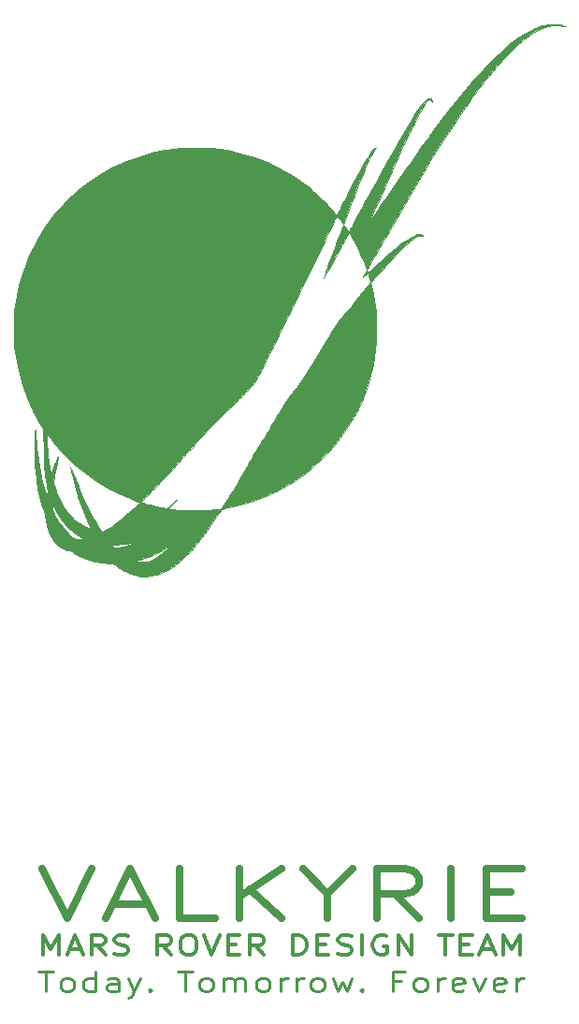
<source format=gbr>
G04 #@! TF.GenerationSoftware,KiCad,Pcbnew,(5.0.0)*
G04 #@! TF.CreationDate,2019-03-24T13:44:05-05:00*
G04 #@! TF.ProjectId,MRDTLogo_HalfBooster,4D5244544C6F676F5F48616C66426F6F,rev?*
G04 #@! TF.SameCoordinates,Original*
G04 #@! TF.FileFunction,Legend,Top*
G04 #@! TF.FilePolarity,Positive*
%FSLAX46Y46*%
G04 Gerber Fmt 4.6, Leading zero omitted, Abs format (unit mm)*
G04 Created by KiCad (PCBNEW (5.0.0)) date 03/24/19 13:44:05*
%MOMM*%
%LPD*%
G01*
G04 APERTURE LIST*
%ADD10C,0.250000*%
%ADD11C,0.300000*%
%ADD12C,0.700000*%
%ADD13C,0.010000*%
G04 APERTURE END LIST*
D10*
X127773476Y-105313285D02*
X129087761Y-105313285D01*
X128430619Y-107113285D02*
X128430619Y-105313285D01*
X130183000Y-107113285D02*
X129963952Y-107027571D01*
X129854428Y-106941857D01*
X129744904Y-106770428D01*
X129744904Y-106256142D01*
X129854428Y-106084714D01*
X129963952Y-105999000D01*
X130183000Y-105913285D01*
X130511571Y-105913285D01*
X130730619Y-105999000D01*
X130840142Y-106084714D01*
X130949666Y-106256142D01*
X130949666Y-106770428D01*
X130840142Y-106941857D01*
X130730619Y-107027571D01*
X130511571Y-107113285D01*
X130183000Y-107113285D01*
X132921095Y-107113285D02*
X132921095Y-105313285D01*
X132921095Y-107027571D02*
X132702047Y-107113285D01*
X132263952Y-107113285D01*
X132044904Y-107027571D01*
X131935380Y-106941857D01*
X131825857Y-106770428D01*
X131825857Y-106256142D01*
X131935380Y-106084714D01*
X132044904Y-105999000D01*
X132263952Y-105913285D01*
X132702047Y-105913285D01*
X132921095Y-105999000D01*
X135002047Y-107113285D02*
X135002047Y-106170428D01*
X134892523Y-105999000D01*
X134673476Y-105913285D01*
X134235380Y-105913285D01*
X134016333Y-105999000D01*
X135002047Y-107027571D02*
X134783000Y-107113285D01*
X134235380Y-107113285D01*
X134016333Y-107027571D01*
X133906809Y-106856142D01*
X133906809Y-106684714D01*
X134016333Y-106513285D01*
X134235380Y-106427571D01*
X134783000Y-106427571D01*
X135002047Y-106341857D01*
X135878238Y-105913285D02*
X136425857Y-107113285D01*
X136973476Y-105913285D02*
X136425857Y-107113285D01*
X136206809Y-107541857D01*
X136097285Y-107627571D01*
X135878238Y-107713285D01*
X137849666Y-106941857D02*
X137959190Y-107027571D01*
X137849666Y-107113285D01*
X137740142Y-107027571D01*
X137849666Y-106941857D01*
X137849666Y-107113285D01*
X140368714Y-105313285D02*
X141683000Y-105313285D01*
X141025857Y-107113285D02*
X141025857Y-105313285D01*
X142778238Y-107113285D02*
X142559190Y-107027571D01*
X142449666Y-106941857D01*
X142340142Y-106770428D01*
X142340142Y-106256142D01*
X142449666Y-106084714D01*
X142559190Y-105999000D01*
X142778238Y-105913285D01*
X143106809Y-105913285D01*
X143325857Y-105999000D01*
X143435380Y-106084714D01*
X143544904Y-106256142D01*
X143544904Y-106770428D01*
X143435380Y-106941857D01*
X143325857Y-107027571D01*
X143106809Y-107113285D01*
X142778238Y-107113285D01*
X144530619Y-107113285D02*
X144530619Y-105913285D01*
X144530619Y-106084714D02*
X144640142Y-105999000D01*
X144859190Y-105913285D01*
X145187761Y-105913285D01*
X145406809Y-105999000D01*
X145516333Y-106170428D01*
X145516333Y-107113285D01*
X145516333Y-106170428D02*
X145625857Y-105999000D01*
X145844904Y-105913285D01*
X146173476Y-105913285D01*
X146392523Y-105999000D01*
X146502047Y-106170428D01*
X146502047Y-107113285D01*
X147925857Y-107113285D02*
X147706809Y-107027571D01*
X147597285Y-106941857D01*
X147487761Y-106770428D01*
X147487761Y-106256142D01*
X147597285Y-106084714D01*
X147706809Y-105999000D01*
X147925857Y-105913285D01*
X148254428Y-105913285D01*
X148473476Y-105999000D01*
X148583000Y-106084714D01*
X148692523Y-106256142D01*
X148692523Y-106770428D01*
X148583000Y-106941857D01*
X148473476Y-107027571D01*
X148254428Y-107113285D01*
X147925857Y-107113285D01*
X149678238Y-107113285D02*
X149678238Y-105913285D01*
X149678238Y-106256142D02*
X149787761Y-106084714D01*
X149897285Y-105999000D01*
X150116333Y-105913285D01*
X150335380Y-105913285D01*
X151102047Y-107113285D02*
X151102047Y-105913285D01*
X151102047Y-106256142D02*
X151211571Y-106084714D01*
X151321095Y-105999000D01*
X151540142Y-105913285D01*
X151759190Y-105913285D01*
X152854428Y-107113285D02*
X152635380Y-107027571D01*
X152525857Y-106941857D01*
X152416333Y-106770428D01*
X152416333Y-106256142D01*
X152525857Y-106084714D01*
X152635380Y-105999000D01*
X152854428Y-105913285D01*
X153183000Y-105913285D01*
X153402047Y-105999000D01*
X153511571Y-106084714D01*
X153621095Y-106256142D01*
X153621095Y-106770428D01*
X153511571Y-106941857D01*
X153402047Y-107027571D01*
X153183000Y-107113285D01*
X152854428Y-107113285D01*
X154387761Y-105913285D02*
X154825857Y-107113285D01*
X155263952Y-106256142D01*
X155702047Y-107113285D01*
X156140142Y-105913285D01*
X157016333Y-106941857D02*
X157125857Y-107027571D01*
X157016333Y-107113285D01*
X156906809Y-107027571D01*
X157016333Y-106941857D01*
X157016333Y-107113285D01*
X160630619Y-106170428D02*
X159863952Y-106170428D01*
X159863952Y-107113285D02*
X159863952Y-105313285D01*
X160959190Y-105313285D01*
X162163952Y-107113285D02*
X161944904Y-107027571D01*
X161835380Y-106941857D01*
X161725857Y-106770428D01*
X161725857Y-106256142D01*
X161835380Y-106084714D01*
X161944904Y-105999000D01*
X162163952Y-105913285D01*
X162492523Y-105913285D01*
X162711571Y-105999000D01*
X162821095Y-106084714D01*
X162930619Y-106256142D01*
X162930619Y-106770428D01*
X162821095Y-106941857D01*
X162711571Y-107027571D01*
X162492523Y-107113285D01*
X162163952Y-107113285D01*
X163916333Y-107113285D02*
X163916333Y-105913285D01*
X163916333Y-106256142D02*
X164025857Y-106084714D01*
X164135380Y-105999000D01*
X164354428Y-105913285D01*
X164573476Y-105913285D01*
X166216333Y-107027571D02*
X165997285Y-107113285D01*
X165559190Y-107113285D01*
X165340142Y-107027571D01*
X165230619Y-106856142D01*
X165230619Y-106170428D01*
X165340142Y-105999000D01*
X165559190Y-105913285D01*
X165997285Y-105913285D01*
X166216333Y-105999000D01*
X166325857Y-106170428D01*
X166325857Y-106341857D01*
X165230619Y-106513285D01*
X167092523Y-105913285D02*
X167640142Y-107113285D01*
X168187761Y-105913285D01*
X169940142Y-107027571D02*
X169721095Y-107113285D01*
X169283000Y-107113285D01*
X169063952Y-107027571D01*
X168954428Y-106856142D01*
X168954428Y-106170428D01*
X169063952Y-105999000D01*
X169283000Y-105913285D01*
X169721095Y-105913285D01*
X169940142Y-105999000D01*
X170049666Y-106170428D01*
X170049666Y-106341857D01*
X168954428Y-106513285D01*
X171035380Y-107113285D02*
X171035380Y-105913285D01*
X171035380Y-106256142D02*
X171144904Y-106084714D01*
X171254428Y-105999000D01*
X171473476Y-105913285D01*
X171692523Y-105913285D01*
D11*
X128152047Y-103811285D02*
X128152047Y-102011285D01*
X128885380Y-103297000D01*
X129618714Y-102011285D01*
X129618714Y-103811285D01*
X130561571Y-103297000D02*
X131609190Y-103297000D01*
X130352047Y-103811285D02*
X131085380Y-102011285D01*
X131818714Y-103811285D01*
X133809190Y-103811285D02*
X133075857Y-102954142D01*
X132552047Y-103811285D02*
X132552047Y-102011285D01*
X133390142Y-102011285D01*
X133599666Y-102097000D01*
X133704428Y-102182714D01*
X133809190Y-102354142D01*
X133809190Y-102611285D01*
X133704428Y-102782714D01*
X133599666Y-102868428D01*
X133390142Y-102954142D01*
X132552047Y-102954142D01*
X134647285Y-103725571D02*
X134961571Y-103811285D01*
X135485380Y-103811285D01*
X135694904Y-103725571D01*
X135799666Y-103639857D01*
X135904428Y-103468428D01*
X135904428Y-103297000D01*
X135799666Y-103125571D01*
X135694904Y-103039857D01*
X135485380Y-102954142D01*
X135066333Y-102868428D01*
X134856809Y-102782714D01*
X134752047Y-102697000D01*
X134647285Y-102525571D01*
X134647285Y-102354142D01*
X134752047Y-102182714D01*
X134856809Y-102097000D01*
X135066333Y-102011285D01*
X135590142Y-102011285D01*
X135904428Y-102097000D01*
X139780619Y-103811285D02*
X139047285Y-102954142D01*
X138523476Y-103811285D02*
X138523476Y-102011285D01*
X139361571Y-102011285D01*
X139571095Y-102097000D01*
X139675857Y-102182714D01*
X139780619Y-102354142D01*
X139780619Y-102611285D01*
X139675857Y-102782714D01*
X139571095Y-102868428D01*
X139361571Y-102954142D01*
X138523476Y-102954142D01*
X141142523Y-102011285D02*
X141561571Y-102011285D01*
X141771095Y-102097000D01*
X141980619Y-102268428D01*
X142085380Y-102611285D01*
X142085380Y-103211285D01*
X141980619Y-103554142D01*
X141771095Y-103725571D01*
X141561571Y-103811285D01*
X141142523Y-103811285D01*
X140933000Y-103725571D01*
X140723476Y-103554142D01*
X140618714Y-103211285D01*
X140618714Y-102611285D01*
X140723476Y-102268428D01*
X140933000Y-102097000D01*
X141142523Y-102011285D01*
X142713952Y-102011285D02*
X143447285Y-103811285D01*
X144180619Y-102011285D01*
X144913952Y-102868428D02*
X145647285Y-102868428D01*
X145961571Y-103811285D02*
X144913952Y-103811285D01*
X144913952Y-102011285D01*
X145961571Y-102011285D01*
X148161571Y-103811285D02*
X147428238Y-102954142D01*
X146904428Y-103811285D02*
X146904428Y-102011285D01*
X147742523Y-102011285D01*
X147952047Y-102097000D01*
X148056809Y-102182714D01*
X148161571Y-102354142D01*
X148161571Y-102611285D01*
X148056809Y-102782714D01*
X147952047Y-102868428D01*
X147742523Y-102954142D01*
X146904428Y-102954142D01*
X150780619Y-103811285D02*
X150780619Y-102011285D01*
X151304428Y-102011285D01*
X151618714Y-102097000D01*
X151828238Y-102268428D01*
X151933000Y-102439857D01*
X152037761Y-102782714D01*
X152037761Y-103039857D01*
X151933000Y-103382714D01*
X151828238Y-103554142D01*
X151618714Y-103725571D01*
X151304428Y-103811285D01*
X150780619Y-103811285D01*
X152980619Y-102868428D02*
X153713952Y-102868428D01*
X154028238Y-103811285D02*
X152980619Y-103811285D01*
X152980619Y-102011285D01*
X154028238Y-102011285D01*
X154866333Y-103725571D02*
X155180619Y-103811285D01*
X155704428Y-103811285D01*
X155913952Y-103725571D01*
X156018714Y-103639857D01*
X156123476Y-103468428D01*
X156123476Y-103297000D01*
X156018714Y-103125571D01*
X155913952Y-103039857D01*
X155704428Y-102954142D01*
X155285380Y-102868428D01*
X155075857Y-102782714D01*
X154971095Y-102697000D01*
X154866333Y-102525571D01*
X154866333Y-102354142D01*
X154971095Y-102182714D01*
X155075857Y-102097000D01*
X155285380Y-102011285D01*
X155809190Y-102011285D01*
X156123476Y-102097000D01*
X157066333Y-103811285D02*
X157066333Y-102011285D01*
X159266333Y-102097000D02*
X159056809Y-102011285D01*
X158742523Y-102011285D01*
X158428238Y-102097000D01*
X158218714Y-102268428D01*
X158113952Y-102439857D01*
X158009190Y-102782714D01*
X158009190Y-103039857D01*
X158113952Y-103382714D01*
X158218714Y-103554142D01*
X158428238Y-103725571D01*
X158742523Y-103811285D01*
X158952047Y-103811285D01*
X159266333Y-103725571D01*
X159371095Y-103639857D01*
X159371095Y-103039857D01*
X158952047Y-103039857D01*
X160313952Y-103811285D02*
X160313952Y-102011285D01*
X161571095Y-103811285D01*
X161571095Y-102011285D01*
X163980619Y-102011285D02*
X165237761Y-102011285D01*
X164609190Y-103811285D02*
X164609190Y-102011285D01*
X165971095Y-102868428D02*
X166704428Y-102868428D01*
X167018714Y-103811285D02*
X165971095Y-103811285D01*
X165971095Y-102011285D01*
X167018714Y-102011285D01*
X167856809Y-103297000D02*
X168904428Y-103297000D01*
X167647285Y-103811285D02*
X168380619Y-102011285D01*
X169113952Y-103811285D01*
X169847285Y-103811285D02*
X169847285Y-102011285D01*
X170580619Y-103297000D01*
X171313952Y-102011285D01*
X171313952Y-103811285D01*
D12*
X128099714Y-95960714D02*
X130333047Y-100460714D01*
X132566380Y-95960714D01*
X134480666Y-99175000D02*
X137671142Y-99175000D01*
X133842571Y-100460714D02*
X136075904Y-95960714D01*
X138309238Y-100460714D01*
X143733047Y-100460714D02*
X140542571Y-100460714D01*
X140542571Y-95960714D01*
X145966380Y-100460714D02*
X145966380Y-95960714D01*
X149794952Y-100460714D02*
X146923523Y-97889285D01*
X149794952Y-95960714D02*
X145966380Y-98532142D01*
X153942571Y-98317857D02*
X153942571Y-100460714D01*
X151709238Y-95960714D02*
X153942571Y-98317857D01*
X156175904Y-95960714D01*
X162237809Y-100460714D02*
X160004476Y-98317857D01*
X158409238Y-100460714D02*
X158409238Y-95960714D01*
X160961619Y-95960714D01*
X161599714Y-96175000D01*
X161918761Y-96389285D01*
X162237809Y-96817857D01*
X162237809Y-97460714D01*
X161918761Y-97889285D01*
X161599714Y-98103571D01*
X160961619Y-98317857D01*
X158409238Y-98317857D01*
X165109238Y-100460714D02*
X165109238Y-95960714D01*
X168299714Y-98103571D02*
X170533047Y-98103571D01*
X171490190Y-100460714D02*
X168299714Y-100460714D01*
X168299714Y-95960714D01*
X171490190Y-95960714D01*
D13*
G04 #@! TO.C,G\002A\002A\002A*
G36*
X174672490Y-19609527D02*
X174999768Y-19656730D01*
X175266236Y-19734198D01*
X175306881Y-19751798D01*
X175470000Y-19827387D01*
X175320000Y-19802014D01*
X174797943Y-19743464D01*
X174308955Y-19747363D01*
X173875248Y-19813467D01*
X173857340Y-19817913D01*
X173351937Y-19984118D01*
X172825273Y-20233170D01*
X172275552Y-20566532D01*
X171700977Y-20985665D01*
X171099751Y-21492032D01*
X170470079Y-22087095D01*
X169810163Y-22772317D01*
X169118207Y-23549160D01*
X168773404Y-23955923D01*
X168453962Y-24341726D01*
X168148782Y-24717942D01*
X167853082Y-25091484D01*
X167562079Y-25469265D01*
X167270991Y-25858199D01*
X166975035Y-26265197D01*
X166669430Y-26697175D01*
X166349392Y-27161044D01*
X166010139Y-27663718D01*
X165646889Y-28212111D01*
X165254859Y-28813135D01*
X164829268Y-29473703D01*
X164365332Y-30200729D01*
X163858270Y-31001127D01*
X163432150Y-31677000D01*
X162460427Y-33243974D01*
X161525806Y-34797400D01*
X160643311Y-36312203D01*
X160421211Y-36702000D01*
X160220492Y-37054175D01*
X159987952Y-37459226D01*
X159742735Y-37883990D01*
X159503985Y-38295304D01*
X159294500Y-38653781D01*
X159085850Y-39011452D01*
X158856973Y-39407551D01*
X158625532Y-39811262D01*
X158409192Y-40191766D01*
X158225619Y-40518246D01*
X158219746Y-40528781D01*
X158061427Y-40812341D01*
X157911235Y-41080448D01*
X157779162Y-41315331D01*
X157675201Y-41499222D01*
X157609344Y-41614351D01*
X157607271Y-41617915D01*
X157481494Y-41833831D01*
X157287385Y-41317915D01*
X157185575Y-41062761D01*
X157059000Y-40769719D01*
X156914010Y-40451246D01*
X156756953Y-40119800D01*
X156594181Y-39787839D01*
X156432044Y-39467820D01*
X156276891Y-39172201D01*
X156135072Y-38913439D01*
X156012937Y-38703991D01*
X155916837Y-38556316D01*
X155853122Y-38482870D01*
X155839279Y-38477000D01*
X155805683Y-38518802D01*
X155733564Y-38634721D01*
X155631243Y-38810519D01*
X155507037Y-39031962D01*
X155393679Y-39239500D01*
X155210640Y-39577132D01*
X155014366Y-39936871D01*
X154810834Y-40307972D01*
X154606023Y-40679691D01*
X154405908Y-41041281D01*
X154216468Y-41381999D01*
X154043681Y-41691100D01*
X153893524Y-41957838D01*
X153771974Y-42171469D01*
X153685009Y-42321248D01*
X153638607Y-42396430D01*
X153634338Y-42402000D01*
X153630870Y-42380051D01*
X153657448Y-42281472D01*
X153709018Y-42123269D01*
X153760595Y-41977000D01*
X153885854Y-41632830D01*
X154025089Y-41253161D01*
X154174322Y-40848593D01*
X154329572Y-40429725D01*
X154486861Y-40007159D01*
X154642207Y-39591493D01*
X154791632Y-39193328D01*
X154931156Y-38823264D01*
X155056799Y-38491900D01*
X155164581Y-38209838D01*
X155250522Y-37987676D01*
X155310643Y-37836015D01*
X155340963Y-37765455D01*
X155343108Y-37762001D01*
X155385281Y-37781553D01*
X155464381Y-37869078D01*
X155565261Y-38007178D01*
X155593371Y-38049501D01*
X155697663Y-38203641D01*
X155782667Y-38318378D01*
X155833172Y-38373467D01*
X155838372Y-38375570D01*
X155870030Y-38333005D01*
X155941199Y-38214563D01*
X156044765Y-38032830D01*
X156173611Y-37800390D01*
X156320619Y-37529831D01*
X156395000Y-37391141D01*
X156570163Y-37065004D01*
X156779880Y-36677487D01*
X157010003Y-36254550D01*
X157246386Y-35822153D01*
X157474881Y-35406255D01*
X157613576Y-35155070D01*
X157814906Y-34790713D01*
X158051404Y-34361687D01*
X158310357Y-33891115D01*
X158579055Y-33402120D01*
X158844785Y-32917827D01*
X159094835Y-32461359D01*
X159182009Y-32302000D01*
X159587158Y-31566919D01*
X159985109Y-30856339D01*
X160371551Y-30177491D01*
X160742174Y-29537607D01*
X161092667Y-28943919D01*
X161418718Y-28403660D01*
X161716018Y-27924060D01*
X161980255Y-27512351D01*
X162207118Y-27175767D01*
X162378474Y-26939517D01*
X162618500Y-26650096D01*
X162832571Y-26442006D01*
X163017138Y-26317227D01*
X163168655Y-26277742D01*
X163283573Y-26325530D01*
X163336974Y-26404352D01*
X163386473Y-26537914D01*
X163394991Y-26616437D01*
X163366821Y-26626923D01*
X163306255Y-26556373D01*
X163293475Y-26536091D01*
X163196991Y-26418900D01*
X163107349Y-26386147D01*
X163106162Y-26386359D01*
X163012195Y-26446337D01*
X162882054Y-26596108D01*
X162717319Y-26832866D01*
X162519572Y-27153804D01*
X162290394Y-27556118D01*
X162031367Y-28037000D01*
X161744071Y-28593645D01*
X161430088Y-29223248D01*
X161090999Y-29923001D01*
X160969985Y-30177000D01*
X160850808Y-30430949D01*
X160705345Y-30745511D01*
X160537259Y-31112457D01*
X160350208Y-31523559D01*
X160147852Y-31970587D01*
X159933853Y-32445313D01*
X159711869Y-32939507D01*
X159485561Y-33444941D01*
X159258589Y-33953386D01*
X159034613Y-34456613D01*
X158817293Y-34946394D01*
X158610289Y-35414499D01*
X158417262Y-35852700D01*
X158241870Y-36252767D01*
X158087776Y-36606473D01*
X157958637Y-36905587D01*
X157858115Y-37141881D01*
X157789870Y-37307127D01*
X157757561Y-37393096D01*
X157755668Y-37403681D01*
X157786279Y-37367903D01*
X157864667Y-37260091D01*
X157983079Y-37091374D01*
X158133760Y-36872881D01*
X158308955Y-36615743D01*
X158445000Y-36414293D01*
X158671787Y-36079369D01*
X158940282Y-35686376D01*
X159243631Y-35245108D01*
X159574982Y-34765355D01*
X159927481Y-34256909D01*
X160294275Y-33729560D01*
X160668510Y-33193101D01*
X161043334Y-32657323D01*
X161411892Y-32132017D01*
X161767331Y-31626975D01*
X162102798Y-31151988D01*
X162411441Y-30716847D01*
X162686405Y-30331344D01*
X162920836Y-30005270D01*
X163107883Y-29748417D01*
X163160652Y-29677000D01*
X164073378Y-28463337D01*
X164943805Y-27337415D01*
X165773820Y-26297266D01*
X166565311Y-25340921D01*
X167320164Y-24466412D01*
X168040267Y-23671773D01*
X168727507Y-22955034D01*
X169383771Y-22314229D01*
X170010947Y-21747389D01*
X170610922Y-21252546D01*
X171185583Y-20827733D01*
X171736818Y-20470982D01*
X172266513Y-20180324D01*
X172270000Y-20178592D01*
X172664843Y-19990152D01*
X173000898Y-19848691D01*
X173302781Y-19746020D01*
X173595107Y-19673946D01*
X173902492Y-19624278D01*
X173955302Y-19617794D01*
X174314351Y-19595559D01*
X174672490Y-19609527D01*
X174672490Y-19609527D01*
G37*
X174672490Y-19609527D02*
X174999768Y-19656730D01*
X175266236Y-19734198D01*
X175306881Y-19751798D01*
X175470000Y-19827387D01*
X175320000Y-19802014D01*
X174797943Y-19743464D01*
X174308955Y-19747363D01*
X173875248Y-19813467D01*
X173857340Y-19817913D01*
X173351937Y-19984118D01*
X172825273Y-20233170D01*
X172275552Y-20566532D01*
X171700977Y-20985665D01*
X171099751Y-21492032D01*
X170470079Y-22087095D01*
X169810163Y-22772317D01*
X169118207Y-23549160D01*
X168773404Y-23955923D01*
X168453962Y-24341726D01*
X168148782Y-24717942D01*
X167853082Y-25091484D01*
X167562079Y-25469265D01*
X167270991Y-25858199D01*
X166975035Y-26265197D01*
X166669430Y-26697175D01*
X166349392Y-27161044D01*
X166010139Y-27663718D01*
X165646889Y-28212111D01*
X165254859Y-28813135D01*
X164829268Y-29473703D01*
X164365332Y-30200729D01*
X163858270Y-31001127D01*
X163432150Y-31677000D01*
X162460427Y-33243974D01*
X161525806Y-34797400D01*
X160643311Y-36312203D01*
X160421211Y-36702000D01*
X160220492Y-37054175D01*
X159987952Y-37459226D01*
X159742735Y-37883990D01*
X159503985Y-38295304D01*
X159294500Y-38653781D01*
X159085850Y-39011452D01*
X158856973Y-39407551D01*
X158625532Y-39811262D01*
X158409192Y-40191766D01*
X158225619Y-40518246D01*
X158219746Y-40528781D01*
X158061427Y-40812341D01*
X157911235Y-41080448D01*
X157779162Y-41315331D01*
X157675201Y-41499222D01*
X157609344Y-41614351D01*
X157607271Y-41617915D01*
X157481494Y-41833831D01*
X157287385Y-41317915D01*
X157185575Y-41062761D01*
X157059000Y-40769719D01*
X156914010Y-40451246D01*
X156756953Y-40119800D01*
X156594181Y-39787839D01*
X156432044Y-39467820D01*
X156276891Y-39172201D01*
X156135072Y-38913439D01*
X156012937Y-38703991D01*
X155916837Y-38556316D01*
X155853122Y-38482870D01*
X155839279Y-38477000D01*
X155805683Y-38518802D01*
X155733564Y-38634721D01*
X155631243Y-38810519D01*
X155507037Y-39031962D01*
X155393679Y-39239500D01*
X155210640Y-39577132D01*
X155014366Y-39936871D01*
X154810834Y-40307972D01*
X154606023Y-40679691D01*
X154405908Y-41041281D01*
X154216468Y-41381999D01*
X154043681Y-41691100D01*
X153893524Y-41957838D01*
X153771974Y-42171469D01*
X153685009Y-42321248D01*
X153638607Y-42396430D01*
X153634338Y-42402000D01*
X153630870Y-42380051D01*
X153657448Y-42281472D01*
X153709018Y-42123269D01*
X153760595Y-41977000D01*
X153885854Y-41632830D01*
X154025089Y-41253161D01*
X154174322Y-40848593D01*
X154329572Y-40429725D01*
X154486861Y-40007159D01*
X154642207Y-39591493D01*
X154791632Y-39193328D01*
X154931156Y-38823264D01*
X155056799Y-38491900D01*
X155164581Y-38209838D01*
X155250522Y-37987676D01*
X155310643Y-37836015D01*
X155340963Y-37765455D01*
X155343108Y-37762001D01*
X155385281Y-37781553D01*
X155464381Y-37869078D01*
X155565261Y-38007178D01*
X155593371Y-38049501D01*
X155697663Y-38203641D01*
X155782667Y-38318378D01*
X155833172Y-38373467D01*
X155838372Y-38375570D01*
X155870030Y-38333005D01*
X155941199Y-38214563D01*
X156044765Y-38032830D01*
X156173611Y-37800390D01*
X156320619Y-37529831D01*
X156395000Y-37391141D01*
X156570163Y-37065004D01*
X156779880Y-36677487D01*
X157010003Y-36254550D01*
X157246386Y-35822153D01*
X157474881Y-35406255D01*
X157613576Y-35155070D01*
X157814906Y-34790713D01*
X158051404Y-34361687D01*
X158310357Y-33891115D01*
X158579055Y-33402120D01*
X158844785Y-32917827D01*
X159094835Y-32461359D01*
X159182009Y-32302000D01*
X159587158Y-31566919D01*
X159985109Y-30856339D01*
X160371551Y-30177491D01*
X160742174Y-29537607D01*
X161092667Y-28943919D01*
X161418718Y-28403660D01*
X161716018Y-27924060D01*
X161980255Y-27512351D01*
X162207118Y-27175767D01*
X162378474Y-26939517D01*
X162618500Y-26650096D01*
X162832571Y-26442006D01*
X163017138Y-26317227D01*
X163168655Y-26277742D01*
X163283573Y-26325530D01*
X163336974Y-26404352D01*
X163386473Y-26537914D01*
X163394991Y-26616437D01*
X163366821Y-26626923D01*
X163306255Y-26556373D01*
X163293475Y-26536091D01*
X163196991Y-26418900D01*
X163107349Y-26386147D01*
X163106162Y-26386359D01*
X163012195Y-26446337D01*
X162882054Y-26596108D01*
X162717319Y-26832866D01*
X162519572Y-27153804D01*
X162290394Y-27556118D01*
X162031367Y-28037000D01*
X161744071Y-28593645D01*
X161430088Y-29223248D01*
X161090999Y-29923001D01*
X160969985Y-30177000D01*
X160850808Y-30430949D01*
X160705345Y-30745511D01*
X160537259Y-31112457D01*
X160350208Y-31523559D01*
X160147852Y-31970587D01*
X159933853Y-32445313D01*
X159711869Y-32939507D01*
X159485561Y-33444941D01*
X159258589Y-33953386D01*
X159034613Y-34456613D01*
X158817293Y-34946394D01*
X158610289Y-35414499D01*
X158417262Y-35852700D01*
X158241870Y-36252767D01*
X158087776Y-36606473D01*
X157958637Y-36905587D01*
X157858115Y-37141881D01*
X157789870Y-37307127D01*
X157757561Y-37393096D01*
X157755668Y-37403681D01*
X157786279Y-37367903D01*
X157864667Y-37260091D01*
X157983079Y-37091374D01*
X158133760Y-36872881D01*
X158308955Y-36615743D01*
X158445000Y-36414293D01*
X158671787Y-36079369D01*
X158940282Y-35686376D01*
X159243631Y-35245108D01*
X159574982Y-34765355D01*
X159927481Y-34256909D01*
X160294275Y-33729560D01*
X160668510Y-33193101D01*
X161043334Y-32657323D01*
X161411892Y-32132017D01*
X161767331Y-31626975D01*
X162102798Y-31151988D01*
X162411441Y-30716847D01*
X162686405Y-30331344D01*
X162920836Y-30005270D01*
X163107883Y-29748417D01*
X163160652Y-29677000D01*
X164073378Y-28463337D01*
X164943805Y-27337415D01*
X165773820Y-26297266D01*
X166565311Y-25340921D01*
X167320164Y-24466412D01*
X168040267Y-23671773D01*
X168727507Y-22955034D01*
X169383771Y-22314229D01*
X170010947Y-21747389D01*
X170610922Y-21252546D01*
X171185583Y-20827733D01*
X171736818Y-20470982D01*
X172266513Y-20180324D01*
X172270000Y-20178592D01*
X172664843Y-19990152D01*
X173000898Y-19848691D01*
X173302781Y-19746020D01*
X173595107Y-19673946D01*
X173902492Y-19624278D01*
X173955302Y-19617794D01*
X174314351Y-19595559D01*
X174672490Y-19609527D01*
G36*
X153595000Y-42502000D02*
X153570000Y-42527000D01*
X153545000Y-42502000D01*
X153570000Y-42477000D01*
X153595000Y-42502000D01*
X153595000Y-42502000D01*
G37*
X153595000Y-42502000D02*
X153570000Y-42527000D01*
X153545000Y-42502000D01*
X153570000Y-42477000D01*
X153595000Y-42502000D01*
G36*
X158285976Y-30756749D02*
X158259792Y-30817014D01*
X158174641Y-30945213D01*
X158125789Y-31014384D01*
X158034400Y-31149282D01*
X157944859Y-31297350D01*
X157851546Y-31470429D01*
X157748843Y-31680359D01*
X157631132Y-31938981D01*
X157492792Y-32258136D01*
X157328206Y-32649665D01*
X157181679Y-33003962D01*
X157057062Y-33309884D01*
X156903367Y-33692242D01*
X156727257Y-34134078D01*
X156535396Y-34618433D01*
X156334447Y-35128351D01*
X156131073Y-35646872D01*
X155931939Y-36157037D01*
X155743707Y-36641890D01*
X155573041Y-37084471D01*
X155426604Y-37467822D01*
X155397467Y-37544734D01*
X155343494Y-37687469D01*
X155063041Y-37303440D01*
X154939042Y-37142885D01*
X154834337Y-37024351D01*
X154763412Y-36963364D01*
X154743236Y-36960705D01*
X154715256Y-37011752D01*
X154647626Y-37145313D01*
X154544060Y-37353793D01*
X154408276Y-37629600D01*
X154243986Y-37965138D01*
X154054908Y-38352814D01*
X153844755Y-38785034D01*
X153617242Y-39254203D01*
X153376086Y-39752728D01*
X153279849Y-39952000D01*
X152725786Y-41099117D01*
X152211649Y-42162140D01*
X151734401Y-43147274D01*
X151291007Y-44060725D01*
X150878432Y-44908701D01*
X150493640Y-45697408D01*
X150133595Y-46433052D01*
X149795263Y-47121840D01*
X149475608Y-47769978D01*
X149171593Y-48383673D01*
X148880185Y-48969131D01*
X148598346Y-49532558D01*
X148437917Y-49852000D01*
X148220483Y-50286890D01*
X148034814Y-50660745D01*
X147874305Y-50982148D01*
X147732355Y-51259684D01*
X147602358Y-51501938D01*
X147477713Y-51717492D01*
X147351815Y-51914932D01*
X147218061Y-52102843D01*
X147069849Y-52289807D01*
X146900574Y-52484410D01*
X146703633Y-52695236D01*
X146472424Y-52930870D01*
X146200342Y-53199894D01*
X145880784Y-53510895D01*
X145507147Y-53872455D01*
X145072828Y-54293160D01*
X144870000Y-54490269D01*
X144504153Y-54848245D01*
X144146229Y-55202215D01*
X143805569Y-55542687D01*
X143491510Y-55860166D01*
X143213392Y-56145158D01*
X142980554Y-56388171D01*
X142802336Y-56579711D01*
X142698596Y-56697556D01*
X142416461Y-57029288D01*
X142074340Y-57421544D01*
X141682239Y-57863428D01*
X141250166Y-58344041D01*
X140788125Y-58852486D01*
X140306122Y-59377864D01*
X139814165Y-59909277D01*
X139322258Y-60435829D01*
X138840407Y-60946620D01*
X138378620Y-61430753D01*
X137946900Y-61877331D01*
X137876258Y-61949713D01*
X137637334Y-62194835D01*
X137424004Y-62415033D01*
X137245487Y-62600679D01*
X137111004Y-62742148D01*
X137029774Y-62829813D01*
X137009380Y-62854803D01*
X137070836Y-62876699D01*
X137210079Y-62916759D01*
X137407611Y-62970013D01*
X137643930Y-63031491D01*
X137899538Y-63096221D01*
X138154935Y-63159234D01*
X138390621Y-63215559D01*
X138587097Y-63260224D01*
X138663003Y-63276319D01*
X138984121Y-63336869D01*
X139217491Y-63368758D01*
X139370994Y-63372572D01*
X139452510Y-63348895D01*
X139464581Y-63335767D01*
X139512351Y-63288636D01*
X139620441Y-63194968D01*
X139770710Y-63070222D01*
X139880032Y-62981704D01*
X140270000Y-62668874D01*
X139875408Y-63041042D01*
X139480817Y-63413210D01*
X139650408Y-63443561D01*
X139951004Y-63487039D01*
X140311289Y-63522258D01*
X140717612Y-63549318D01*
X141156321Y-63568319D01*
X141613766Y-63579360D01*
X142076296Y-63582543D01*
X142530258Y-63577965D01*
X142962002Y-63565729D01*
X143357877Y-63545933D01*
X143704231Y-63518677D01*
X143987414Y-63484062D01*
X144193773Y-63442186D01*
X144283187Y-63409648D01*
X144340360Y-63350656D01*
X144441552Y-63213558D01*
X144581371Y-63007186D01*
X144754424Y-62740374D01*
X144955321Y-62421957D01*
X145178668Y-62060766D01*
X145419073Y-61665635D01*
X145671145Y-61245399D01*
X145929492Y-60808889D01*
X146188721Y-60364941D01*
X146443440Y-59922386D01*
X146688258Y-59490059D01*
X146821083Y-59252000D01*
X147031854Y-58878407D01*
X147258222Y-58488364D01*
X147486993Y-58103842D01*
X147704968Y-57746813D01*
X147898951Y-57439249D01*
X148022283Y-57252000D01*
X148206809Y-56970244D01*
X148421106Y-56627924D01*
X148648306Y-56252931D01*
X148871538Y-55873156D01*
X149073930Y-55516491D01*
X149094179Y-55479896D01*
X149342664Y-55040901D01*
X149587014Y-54635165D01*
X149844806Y-54235415D01*
X150133616Y-53814376D01*
X150463626Y-53354896D01*
X151170316Y-52367520D01*
X151838116Y-51391997D01*
X152482551Y-50404268D01*
X153119145Y-49380274D01*
X153763424Y-48295956D01*
X154062809Y-47777000D01*
X154242456Y-47468298D01*
X154405933Y-47201833D01*
X154567973Y-46956723D01*
X154743312Y-46712088D01*
X154946686Y-46447048D01*
X155192828Y-46140725D01*
X155368352Y-45927000D01*
X155610598Y-45633153D01*
X155851558Y-45340051D01*
X156077567Y-45064373D01*
X156274963Y-44822800D01*
X156430083Y-44632011D01*
X156494652Y-44552000D01*
X156650048Y-44360571D01*
X156846796Y-44121204D01*
X157061523Y-43862190D01*
X157270854Y-43611816D01*
X157305464Y-43570674D01*
X157475903Y-43364296D01*
X157620527Y-43181591D01*
X157728036Y-43037433D01*
X157787135Y-42946699D01*
X157795000Y-42926064D01*
X157781660Y-42850980D01*
X157747336Y-42714525D01*
X157700568Y-42546088D01*
X157649895Y-42375058D01*
X157603859Y-42230824D01*
X157570999Y-42142776D01*
X157563701Y-42130118D01*
X157520044Y-42150364D01*
X157426228Y-42224666D01*
X157309879Y-42330118D01*
X157194490Y-42434100D01*
X157140473Y-42468554D01*
X157150946Y-42431547D01*
X157153701Y-42427000D01*
X157223606Y-42305450D01*
X157309605Y-42145809D01*
X157343535Y-42080197D01*
X157411767Y-41951942D01*
X157453615Y-41902140D01*
X157486564Y-41919382D01*
X157515269Y-41968160D01*
X157542179Y-42009070D01*
X157576165Y-42023089D01*
X157630080Y-42002181D01*
X157716776Y-41938310D01*
X157849107Y-41823438D01*
X158039925Y-41649529D01*
X158072006Y-41620043D01*
X158637923Y-41104091D01*
X159142083Y-40654113D01*
X159591936Y-40263895D01*
X159994930Y-39927226D01*
X160358513Y-39637894D01*
X160690134Y-39389685D01*
X160997241Y-39176388D01*
X161020000Y-39161291D01*
X161427046Y-38909249D01*
X161775355Y-38729834D01*
X162063194Y-38623660D01*
X162288832Y-38591343D01*
X162450536Y-38633496D01*
X162470000Y-38646915D01*
X162523376Y-38693667D01*
X162513439Y-38716499D01*
X162425707Y-38724311D01*
X162342289Y-38725409D01*
X162119378Y-38758470D01*
X161898209Y-38864267D01*
X161888360Y-38870462D01*
X161713233Y-38994200D01*
X161486413Y-39173122D01*
X161226328Y-39391117D01*
X160951406Y-39632076D01*
X160680078Y-39879888D01*
X160430770Y-40118442D01*
X160245000Y-40307105D01*
X160090716Y-40471564D01*
X159895270Y-40682411D01*
X159668923Y-40928343D01*
X159421932Y-41198058D01*
X159164558Y-41480252D01*
X158907059Y-41763623D01*
X158659696Y-42036868D01*
X158432728Y-42288683D01*
X158236414Y-42507766D01*
X158081013Y-42682814D01*
X157976785Y-42802524D01*
X157942595Y-42843700D01*
X157832392Y-42983801D01*
X157967626Y-43592900D01*
X158078715Y-44121951D01*
X158165094Y-44606131D01*
X158230030Y-45073709D01*
X158276792Y-45552950D01*
X158308648Y-46072123D01*
X158328867Y-46659495D01*
X158330574Y-46731857D01*
X158336841Y-47544710D01*
X158315052Y-48286716D01*
X158262616Y-48983731D01*
X158176941Y-49661612D01*
X158055436Y-50346214D01*
X157897159Y-51056591D01*
X157551051Y-52275381D01*
X157113502Y-53458028D01*
X156588032Y-54599730D01*
X155978164Y-55695683D01*
X155287418Y-56741082D01*
X154519316Y-57731123D01*
X153677380Y-58661003D01*
X152765131Y-59525917D01*
X151786089Y-60321062D01*
X150743777Y-61041634D01*
X150439741Y-61230181D01*
X149402098Y-61806216D01*
X148316653Y-62310108D01*
X147200040Y-62735592D01*
X146068888Y-63076401D01*
X144939832Y-63326271D01*
X144820000Y-63347333D01*
X144557162Y-63400833D01*
X144387571Y-63456012D01*
X144305771Y-63513202D01*
X144260414Y-63577881D01*
X144166974Y-63712604D01*
X144034000Y-63904992D01*
X143870040Y-64142671D01*
X143683640Y-64413263D01*
X143536568Y-64627000D01*
X142987859Y-65406000D01*
X142471679Y-66098827D01*
X141982399Y-66711743D01*
X141514388Y-67251008D01*
X141062017Y-67722882D01*
X140619655Y-68133626D01*
X140181673Y-68489500D01*
X139851130Y-68725201D01*
X139559807Y-68903074D01*
X139224435Y-69079363D01*
X138876825Y-69239343D01*
X138548790Y-69368288D01*
X138292446Y-69446653D01*
X137882409Y-69519453D01*
X137438710Y-69551827D01*
X137004934Y-69542279D01*
X136685340Y-69501766D01*
X136092819Y-69338674D01*
X135524945Y-69078851D01*
X134982480Y-68722674D01*
X134794703Y-68571899D01*
X134649764Y-68459030D01*
X134531783Y-68400443D01*
X134397647Y-68379073D01*
X134302311Y-68377000D01*
X133632252Y-68337729D01*
X132952355Y-68224318D01*
X132790664Y-68180434D01*
X136485789Y-68180434D01*
X136555010Y-68223850D01*
X136620000Y-68244146D01*
X136714834Y-68255057D01*
X136878864Y-68260404D01*
X137081402Y-68259393D01*
X137145000Y-68257734D01*
X137436665Y-68236675D01*
X137677333Y-68188228D01*
X137883939Y-68115965D01*
X138221918Y-67961647D01*
X138524385Y-67784928D01*
X138818306Y-67567283D01*
X139130647Y-67290189D01*
X139241378Y-67183504D01*
X139404787Y-67020717D01*
X139526244Y-66894044D01*
X139596752Y-66813368D01*
X139607313Y-66788574D01*
X139595000Y-66795044D01*
X139078204Y-67116015D01*
X138631665Y-67371974D01*
X138251575Y-67565100D01*
X138233384Y-67573545D01*
X137965059Y-67688553D01*
X137657749Y-67806084D01*
X137339252Y-67916788D01*
X137037366Y-68011318D01*
X136779889Y-68080325D01*
X136644377Y-68107899D01*
X136515761Y-68140757D01*
X136485789Y-68180434D01*
X132790664Y-68180434D01*
X132285654Y-68043372D01*
X131655186Y-67801493D01*
X131083984Y-67505284D01*
X130935123Y-67411749D01*
X130762947Y-67311569D01*
X130593708Y-67233705D01*
X130495000Y-67202546D01*
X130364809Y-67163868D01*
X130181828Y-67094003D01*
X129982446Y-67007005D01*
X129953365Y-66993343D01*
X129553386Y-66748932D01*
X129552739Y-66748324D01*
X134421874Y-66748324D01*
X134438459Y-66787964D01*
X134485196Y-66841562D01*
X134496225Y-66853304D01*
X134558778Y-66914987D01*
X134620943Y-66953123D01*
X134702055Y-66968294D01*
X134821450Y-66961084D01*
X134998465Y-66932077D01*
X135252434Y-66881856D01*
X135276996Y-66876871D01*
X135481321Y-66831311D01*
X135715405Y-66772703D01*
X135961151Y-66706399D01*
X136200462Y-66637751D01*
X136415242Y-66572112D01*
X136587394Y-66514832D01*
X136698822Y-66471265D01*
X136731429Y-66446763D01*
X136731391Y-66446725D01*
X136677311Y-66446518D01*
X136548774Y-66461696D01*
X136369613Y-66489236D01*
X136293304Y-66502298D01*
X136075173Y-66535485D01*
X135793968Y-66570875D01*
X135486406Y-66604176D01*
X135196729Y-66630493D01*
X134888768Y-66655627D01*
X134668887Y-66676291D01*
X134525502Y-66696172D01*
X134447026Y-66718955D01*
X134421874Y-66748324D01*
X129552739Y-66748324D01*
X129206574Y-66423485D01*
X128916276Y-66022672D01*
X128685838Y-65552162D01*
X128518607Y-65017625D01*
X128417930Y-64424730D01*
X128413862Y-64385239D01*
X128378681Y-64170234D01*
X128316893Y-63915285D01*
X128241257Y-63672374D01*
X128233883Y-63652000D01*
X128038172Y-63049625D01*
X128012991Y-62952000D01*
X128987329Y-62952000D01*
X129009140Y-63309634D01*
X129031239Y-63527420D01*
X129076243Y-63705975D01*
X129158539Y-63892795D01*
X129221215Y-64009634D01*
X129646678Y-64697818D01*
X130108620Y-65295636D01*
X130610217Y-65807017D01*
X130820000Y-65986083D01*
X131120000Y-66229118D01*
X131445000Y-66198127D01*
X131614292Y-66179419D01*
X131739198Y-66160804D01*
X131790833Y-66147068D01*
X131801545Y-66133606D01*
X131792002Y-66115854D01*
X131746484Y-66082682D01*
X131649274Y-66022959D01*
X131484653Y-65925557D01*
X131445000Y-65902192D01*
X130898533Y-65533975D01*
X130407848Y-65103407D01*
X129964959Y-64601579D01*
X129561876Y-64019582D01*
X129235856Y-63438158D01*
X128987329Y-62952000D01*
X128012991Y-62952000D01*
X127860303Y-62360062D01*
X127702681Y-61594924D01*
X127567711Y-60765822D01*
X127462389Y-59927000D01*
X127439417Y-59665205D01*
X127420142Y-59346679D01*
X127404671Y-58986590D01*
X127393110Y-58600108D01*
X127385565Y-58202401D01*
X127382143Y-57808638D01*
X127382949Y-57433988D01*
X127388090Y-57093620D01*
X127397672Y-56802703D01*
X127411802Y-56576405D01*
X127430585Y-56429895D01*
X127437706Y-56402000D01*
X127465265Y-56326362D01*
X127480577Y-56322530D01*
X127487946Y-56400607D01*
X127490986Y-56527000D01*
X127507219Y-56924249D01*
X127542206Y-57395990D01*
X127592991Y-57919101D01*
X127656617Y-58470458D01*
X127730126Y-59026940D01*
X127810563Y-59565423D01*
X127894971Y-60062784D01*
X127980393Y-60495902D01*
X128021751Y-60677786D01*
X128098146Y-60982302D01*
X128179117Y-61282634D01*
X128260040Y-61563919D01*
X128336289Y-61811292D01*
X128403241Y-62009892D01*
X128456270Y-62144853D01*
X128490753Y-62201313D01*
X128495839Y-62201481D01*
X128541767Y-62120541D01*
X128564724Y-61961543D01*
X128564747Y-61743747D01*
X128541873Y-61486410D01*
X128496139Y-61208794D01*
X128493917Y-61197935D01*
X128421490Y-60825273D01*
X128362637Y-60468583D01*
X128315964Y-60110890D01*
X128280081Y-59735219D01*
X128253594Y-59324593D01*
X128235111Y-58862038D01*
X128223239Y-58330578D01*
X128217426Y-57827000D01*
X128209632Y-56853257D01*
X128497446Y-56853257D01*
X128502248Y-57047542D01*
X128512167Y-57289453D01*
X128526332Y-57561632D01*
X128543874Y-57846720D01*
X128563922Y-58127360D01*
X128585608Y-58386193D01*
X128599377Y-58527000D01*
X128627153Y-58761690D01*
X128664058Y-59030805D01*
X128706808Y-59314713D01*
X128752122Y-59593783D01*
X128796716Y-59848384D01*
X128837307Y-60058884D01*
X128870613Y-60205653D01*
X128889862Y-60264092D01*
X128916859Y-60243785D01*
X128966379Y-60143636D01*
X129031653Y-59979420D01*
X129105918Y-59766909D01*
X129115054Y-59739092D01*
X129227541Y-59403643D01*
X129328135Y-59121952D01*
X129413029Y-58903599D01*
X129478419Y-58758163D01*
X129520498Y-58695221D01*
X129529792Y-58695125D01*
X129528112Y-58749263D01*
X129508195Y-58881695D01*
X129473343Y-59073059D01*
X129426858Y-59303996D01*
X129422172Y-59326269D01*
X129358332Y-59641506D01*
X129290336Y-59998210D01*
X129228075Y-60343606D01*
X129196044Y-60532887D01*
X129098705Y-61129530D01*
X129250642Y-61565765D01*
X129377779Y-61900284D01*
X129534991Y-62267109D01*
X129709038Y-62638688D01*
X129886680Y-62987472D01*
X130054675Y-63285908D01*
X130148461Y-63433985D01*
X130386893Y-63749765D01*
X130676236Y-64075068D01*
X130986174Y-64378415D01*
X131286391Y-64628329D01*
X131327986Y-64658742D01*
X131479315Y-64758250D01*
X131665668Y-64867885D01*
X131867076Y-64977549D01*
X132063570Y-65077143D01*
X132235184Y-65156571D01*
X132361947Y-65205732D01*
X132423892Y-65214531D01*
X132425106Y-65213560D01*
X132415902Y-65161578D01*
X132372666Y-65042900D01*
X132304196Y-64881193D01*
X132288985Y-64847391D01*
X132141366Y-64507679D01*
X131975307Y-64101043D01*
X131801680Y-63656169D01*
X131631355Y-63201741D01*
X131475203Y-62766442D01*
X131344095Y-62378959D01*
X131295906Y-62227000D01*
X131212581Y-61948478D01*
X131122678Y-61633690D01*
X131030244Y-61298351D01*
X130939323Y-60958175D01*
X130853962Y-60628879D01*
X130778206Y-60326179D01*
X130716102Y-60065789D01*
X130671695Y-59863426D01*
X130649031Y-59734806D01*
X130646974Y-59706304D01*
X130665204Y-59725461D01*
X130716056Y-59827663D01*
X130795232Y-60003019D01*
X130898434Y-60241638D01*
X131021362Y-60533631D01*
X131159718Y-60869107D01*
X131264448Y-61127000D01*
X131484022Y-61666631D01*
X131677077Y-62129934D01*
X131851768Y-62534375D01*
X132016250Y-62897422D01*
X132178678Y-63236541D01*
X132347207Y-63569199D01*
X132529992Y-63912865D01*
X132735189Y-64285004D01*
X132757359Y-64324642D01*
X132956786Y-64678221D01*
X133115855Y-64952964D01*
X133241179Y-65158317D01*
X133339370Y-65303727D01*
X133417039Y-65398640D01*
X133480799Y-65452504D01*
X133537261Y-65474766D01*
X133563906Y-65477000D01*
X133654526Y-65450366D01*
X133803843Y-65378482D01*
X133988584Y-65273372D01*
X134127445Y-65185855D01*
X134331257Y-65045623D01*
X134583669Y-64862319D01*
X134856483Y-64656922D01*
X135121503Y-64450411D01*
X135195417Y-64391262D01*
X135243347Y-64352000D01*
X138145000Y-64352000D01*
X138170000Y-64377000D01*
X138195000Y-64352000D01*
X138170000Y-64327000D01*
X138145000Y-64352000D01*
X135243347Y-64352000D01*
X135294951Y-64309728D01*
X138245000Y-64309728D01*
X138283221Y-64300257D01*
X138397469Y-64227000D01*
X138587121Y-64090398D01*
X138851553Y-63890888D01*
X138985655Y-63787753D01*
X139154040Y-63653999D01*
X139285043Y-63542867D01*
X139363286Y-63467865D01*
X139377907Y-63443240D01*
X139333867Y-63464426D01*
X139229148Y-63535093D01*
X139080996Y-63642051D01*
X138906656Y-63772109D01*
X138723375Y-63912077D01*
X138548398Y-64048765D01*
X138398970Y-64168984D01*
X138292339Y-64259542D01*
X138245749Y-64307249D01*
X138245000Y-64309728D01*
X135294951Y-64309728D01*
X135410625Y-64214974D01*
X135646910Y-64016670D01*
X135892822Y-63806487D01*
X136136913Y-63594563D01*
X136367734Y-63391038D01*
X136573836Y-63206050D01*
X136743770Y-63049737D01*
X136866088Y-62932237D01*
X136929341Y-62863689D01*
X136935061Y-62850727D01*
X136885045Y-62828809D01*
X136759699Y-62779825D01*
X136577659Y-62710916D01*
X136357562Y-62629225D01*
X136346315Y-62625088D01*
X135181757Y-62145850D01*
X134057580Y-61580931D01*
X132980537Y-60935322D01*
X131957380Y-60214013D01*
X130994862Y-59421995D01*
X130099734Y-58564258D01*
X129278751Y-57645792D01*
X128822213Y-57064500D01*
X128695954Y-56898794D01*
X128591824Y-56768457D01*
X128524017Y-56690922D01*
X128506669Y-56677000D01*
X128498630Y-56723957D01*
X128497446Y-56853257D01*
X128209632Y-56853257D01*
X128204418Y-56202000D01*
X127870111Y-55652000D01*
X127259907Y-54552666D01*
X126738924Y-53409089D01*
X126306975Y-52220713D01*
X125963875Y-50986982D01*
X125709438Y-49707342D01*
X125588812Y-48827000D01*
X125565501Y-48548548D01*
X125548216Y-48193128D01*
X125536957Y-47783589D01*
X125531723Y-47342780D01*
X125532515Y-46893551D01*
X125539334Y-46458750D01*
X125552177Y-46061229D01*
X125571047Y-45723835D01*
X125588812Y-45527000D01*
X125785012Y-44213906D01*
X126071187Y-42944418D01*
X126447430Y-41718309D01*
X126913833Y-40535353D01*
X127470491Y-39395321D01*
X128117496Y-38297986D01*
X128854942Y-37243122D01*
X129139959Y-36877000D01*
X129394506Y-36573748D01*
X129704569Y-36227862D01*
X130049121Y-35861059D01*
X130407135Y-35495055D01*
X130757584Y-35151568D01*
X131079441Y-34852315D01*
X131220000Y-34728704D01*
X132225602Y-33930466D01*
X133282925Y-33217057D01*
X134388177Y-32590130D01*
X135537564Y-32051336D01*
X136727292Y-31602329D01*
X137953570Y-31244762D01*
X139212603Y-30980288D01*
X140120000Y-30850430D01*
X140492097Y-30816761D01*
X140935633Y-30791893D01*
X141424655Y-30776026D01*
X141933208Y-30769361D01*
X142435338Y-30772097D01*
X142905091Y-30784436D01*
X143316512Y-30806578D01*
X143520000Y-30824178D01*
X144814854Y-31005486D01*
X146069458Y-31278215D01*
X147284880Y-31642804D01*
X148462183Y-32099695D01*
X149602434Y-32649326D01*
X150706700Y-33292138D01*
X151776044Y-34028572D01*
X152345000Y-34469893D01*
X152563248Y-34654725D01*
X152823568Y-34888960D01*
X153110786Y-35157631D01*
X153409731Y-35445768D01*
X153705230Y-35738405D01*
X153982110Y-36020573D01*
X154225200Y-36277304D01*
X154419327Y-36493629D01*
X154520000Y-36615622D01*
X154625781Y-36747399D01*
X154707125Y-36840709D01*
X154745000Y-36874439D01*
X154772654Y-36831818D01*
X154839564Y-36710207D01*
X154940277Y-36520065D01*
X155069340Y-36271852D01*
X155221300Y-35976026D01*
X155390703Y-35643047D01*
X155506427Y-35413945D01*
X155865241Y-34708969D01*
X156210321Y-34045417D01*
X156538679Y-33428463D01*
X156847323Y-32863280D01*
X157133266Y-32355045D01*
X157393516Y-31908929D01*
X157625084Y-31530107D01*
X157824981Y-31223754D01*
X157990215Y-30995044D01*
X158117799Y-30849150D01*
X158168011Y-30807900D01*
X158254835Y-30756388D01*
X158285976Y-30756749D01*
X158285976Y-30756749D01*
G37*
X158285976Y-30756749D02*
X158259792Y-30817014D01*
X158174641Y-30945213D01*
X158125789Y-31014384D01*
X158034400Y-31149282D01*
X157944859Y-31297350D01*
X157851546Y-31470429D01*
X157748843Y-31680359D01*
X157631132Y-31938981D01*
X157492792Y-32258136D01*
X157328206Y-32649665D01*
X157181679Y-33003962D01*
X157057062Y-33309884D01*
X156903367Y-33692242D01*
X156727257Y-34134078D01*
X156535396Y-34618433D01*
X156334447Y-35128351D01*
X156131073Y-35646872D01*
X155931939Y-36157037D01*
X155743707Y-36641890D01*
X155573041Y-37084471D01*
X155426604Y-37467822D01*
X155397467Y-37544734D01*
X155343494Y-37687469D01*
X155063041Y-37303440D01*
X154939042Y-37142885D01*
X154834337Y-37024351D01*
X154763412Y-36963364D01*
X154743236Y-36960705D01*
X154715256Y-37011752D01*
X154647626Y-37145313D01*
X154544060Y-37353793D01*
X154408276Y-37629600D01*
X154243986Y-37965138D01*
X154054908Y-38352814D01*
X153844755Y-38785034D01*
X153617242Y-39254203D01*
X153376086Y-39752728D01*
X153279849Y-39952000D01*
X152725786Y-41099117D01*
X152211649Y-42162140D01*
X151734401Y-43147274D01*
X151291007Y-44060725D01*
X150878432Y-44908701D01*
X150493640Y-45697408D01*
X150133595Y-46433052D01*
X149795263Y-47121840D01*
X149475608Y-47769978D01*
X149171593Y-48383673D01*
X148880185Y-48969131D01*
X148598346Y-49532558D01*
X148437917Y-49852000D01*
X148220483Y-50286890D01*
X148034814Y-50660745D01*
X147874305Y-50982148D01*
X147732355Y-51259684D01*
X147602358Y-51501938D01*
X147477713Y-51717492D01*
X147351815Y-51914932D01*
X147218061Y-52102843D01*
X147069849Y-52289807D01*
X146900574Y-52484410D01*
X146703633Y-52695236D01*
X146472424Y-52930870D01*
X146200342Y-53199894D01*
X145880784Y-53510895D01*
X145507147Y-53872455D01*
X145072828Y-54293160D01*
X144870000Y-54490269D01*
X144504153Y-54848245D01*
X144146229Y-55202215D01*
X143805569Y-55542687D01*
X143491510Y-55860166D01*
X143213392Y-56145158D01*
X142980554Y-56388171D01*
X142802336Y-56579711D01*
X142698596Y-56697556D01*
X142416461Y-57029288D01*
X142074340Y-57421544D01*
X141682239Y-57863428D01*
X141250166Y-58344041D01*
X140788125Y-58852486D01*
X140306122Y-59377864D01*
X139814165Y-59909277D01*
X139322258Y-60435829D01*
X138840407Y-60946620D01*
X138378620Y-61430753D01*
X137946900Y-61877331D01*
X137876258Y-61949713D01*
X137637334Y-62194835D01*
X137424004Y-62415033D01*
X137245487Y-62600679D01*
X137111004Y-62742148D01*
X137029774Y-62829813D01*
X137009380Y-62854803D01*
X137070836Y-62876699D01*
X137210079Y-62916759D01*
X137407611Y-62970013D01*
X137643930Y-63031491D01*
X137899538Y-63096221D01*
X138154935Y-63159234D01*
X138390621Y-63215559D01*
X138587097Y-63260224D01*
X138663003Y-63276319D01*
X138984121Y-63336869D01*
X139217491Y-63368758D01*
X139370994Y-63372572D01*
X139452510Y-63348895D01*
X139464581Y-63335767D01*
X139512351Y-63288636D01*
X139620441Y-63194968D01*
X139770710Y-63070222D01*
X139880032Y-62981704D01*
X140270000Y-62668874D01*
X139875408Y-63041042D01*
X139480817Y-63413210D01*
X139650408Y-63443561D01*
X139951004Y-63487039D01*
X140311289Y-63522258D01*
X140717612Y-63549318D01*
X141156321Y-63568319D01*
X141613766Y-63579360D01*
X142076296Y-63582543D01*
X142530258Y-63577965D01*
X142962002Y-63565729D01*
X143357877Y-63545933D01*
X143704231Y-63518677D01*
X143987414Y-63484062D01*
X144193773Y-63442186D01*
X144283187Y-63409648D01*
X144340360Y-63350656D01*
X144441552Y-63213558D01*
X144581371Y-63007186D01*
X144754424Y-62740374D01*
X144955321Y-62421957D01*
X145178668Y-62060766D01*
X145419073Y-61665635D01*
X145671145Y-61245399D01*
X145929492Y-60808889D01*
X146188721Y-60364941D01*
X146443440Y-59922386D01*
X146688258Y-59490059D01*
X146821083Y-59252000D01*
X147031854Y-58878407D01*
X147258222Y-58488364D01*
X147486993Y-58103842D01*
X147704968Y-57746813D01*
X147898951Y-57439249D01*
X148022283Y-57252000D01*
X148206809Y-56970244D01*
X148421106Y-56627924D01*
X148648306Y-56252931D01*
X148871538Y-55873156D01*
X149073930Y-55516491D01*
X149094179Y-55479896D01*
X149342664Y-55040901D01*
X149587014Y-54635165D01*
X149844806Y-54235415D01*
X150133616Y-53814376D01*
X150463626Y-53354896D01*
X151170316Y-52367520D01*
X151838116Y-51391997D01*
X152482551Y-50404268D01*
X153119145Y-49380274D01*
X153763424Y-48295956D01*
X154062809Y-47777000D01*
X154242456Y-47468298D01*
X154405933Y-47201833D01*
X154567973Y-46956723D01*
X154743312Y-46712088D01*
X154946686Y-46447048D01*
X155192828Y-46140725D01*
X155368352Y-45927000D01*
X155610598Y-45633153D01*
X155851558Y-45340051D01*
X156077567Y-45064373D01*
X156274963Y-44822800D01*
X156430083Y-44632011D01*
X156494652Y-44552000D01*
X156650048Y-44360571D01*
X156846796Y-44121204D01*
X157061523Y-43862190D01*
X157270854Y-43611816D01*
X157305464Y-43570674D01*
X157475903Y-43364296D01*
X157620527Y-43181591D01*
X157728036Y-43037433D01*
X157787135Y-42946699D01*
X157795000Y-42926064D01*
X157781660Y-42850980D01*
X157747336Y-42714525D01*
X157700568Y-42546088D01*
X157649895Y-42375058D01*
X157603859Y-42230824D01*
X157570999Y-42142776D01*
X157563701Y-42130118D01*
X157520044Y-42150364D01*
X157426228Y-42224666D01*
X157309879Y-42330118D01*
X157194490Y-42434100D01*
X157140473Y-42468554D01*
X157150946Y-42431547D01*
X157153701Y-42427000D01*
X157223606Y-42305450D01*
X157309605Y-42145809D01*
X157343535Y-42080197D01*
X157411767Y-41951942D01*
X157453615Y-41902140D01*
X157486564Y-41919382D01*
X157515269Y-41968160D01*
X157542179Y-42009070D01*
X157576165Y-42023089D01*
X157630080Y-42002181D01*
X157716776Y-41938310D01*
X157849107Y-41823438D01*
X158039925Y-41649529D01*
X158072006Y-41620043D01*
X158637923Y-41104091D01*
X159142083Y-40654113D01*
X159591936Y-40263895D01*
X159994930Y-39927226D01*
X160358513Y-39637894D01*
X160690134Y-39389685D01*
X160997241Y-39176388D01*
X161020000Y-39161291D01*
X161427046Y-38909249D01*
X161775355Y-38729834D01*
X162063194Y-38623660D01*
X162288832Y-38591343D01*
X162450536Y-38633496D01*
X162470000Y-38646915D01*
X162523376Y-38693667D01*
X162513439Y-38716499D01*
X162425707Y-38724311D01*
X162342289Y-38725409D01*
X162119378Y-38758470D01*
X161898209Y-38864267D01*
X161888360Y-38870462D01*
X161713233Y-38994200D01*
X161486413Y-39173122D01*
X161226328Y-39391117D01*
X160951406Y-39632076D01*
X160680078Y-39879888D01*
X160430770Y-40118442D01*
X160245000Y-40307105D01*
X160090716Y-40471564D01*
X159895270Y-40682411D01*
X159668923Y-40928343D01*
X159421932Y-41198058D01*
X159164558Y-41480252D01*
X158907059Y-41763623D01*
X158659696Y-42036868D01*
X158432728Y-42288683D01*
X158236414Y-42507766D01*
X158081013Y-42682814D01*
X157976785Y-42802524D01*
X157942595Y-42843700D01*
X157832392Y-42983801D01*
X157967626Y-43592900D01*
X158078715Y-44121951D01*
X158165094Y-44606131D01*
X158230030Y-45073709D01*
X158276792Y-45552950D01*
X158308648Y-46072123D01*
X158328867Y-46659495D01*
X158330574Y-46731857D01*
X158336841Y-47544710D01*
X158315052Y-48286716D01*
X158262616Y-48983731D01*
X158176941Y-49661612D01*
X158055436Y-50346214D01*
X157897159Y-51056591D01*
X157551051Y-52275381D01*
X157113502Y-53458028D01*
X156588032Y-54599730D01*
X155978164Y-55695683D01*
X155287418Y-56741082D01*
X154519316Y-57731123D01*
X153677380Y-58661003D01*
X152765131Y-59525917D01*
X151786089Y-60321062D01*
X150743777Y-61041634D01*
X150439741Y-61230181D01*
X149402098Y-61806216D01*
X148316653Y-62310108D01*
X147200040Y-62735592D01*
X146068888Y-63076401D01*
X144939832Y-63326271D01*
X144820000Y-63347333D01*
X144557162Y-63400833D01*
X144387571Y-63456012D01*
X144305771Y-63513202D01*
X144260414Y-63577881D01*
X144166974Y-63712604D01*
X144034000Y-63904992D01*
X143870040Y-64142671D01*
X143683640Y-64413263D01*
X143536568Y-64627000D01*
X142987859Y-65406000D01*
X142471679Y-66098827D01*
X141982399Y-66711743D01*
X141514388Y-67251008D01*
X141062017Y-67722882D01*
X140619655Y-68133626D01*
X140181673Y-68489500D01*
X139851130Y-68725201D01*
X139559807Y-68903074D01*
X139224435Y-69079363D01*
X138876825Y-69239343D01*
X138548790Y-69368288D01*
X138292446Y-69446653D01*
X137882409Y-69519453D01*
X137438710Y-69551827D01*
X137004934Y-69542279D01*
X136685340Y-69501766D01*
X136092819Y-69338674D01*
X135524945Y-69078851D01*
X134982480Y-68722674D01*
X134794703Y-68571899D01*
X134649764Y-68459030D01*
X134531783Y-68400443D01*
X134397647Y-68379073D01*
X134302311Y-68377000D01*
X133632252Y-68337729D01*
X132952355Y-68224318D01*
X132790664Y-68180434D01*
X136485789Y-68180434D01*
X136555010Y-68223850D01*
X136620000Y-68244146D01*
X136714834Y-68255057D01*
X136878864Y-68260404D01*
X137081402Y-68259393D01*
X137145000Y-68257734D01*
X137436665Y-68236675D01*
X137677333Y-68188228D01*
X137883939Y-68115965D01*
X138221918Y-67961647D01*
X138524385Y-67784928D01*
X138818306Y-67567283D01*
X139130647Y-67290189D01*
X139241378Y-67183504D01*
X139404787Y-67020717D01*
X139526244Y-66894044D01*
X139596752Y-66813368D01*
X139607313Y-66788574D01*
X139595000Y-66795044D01*
X139078204Y-67116015D01*
X138631665Y-67371974D01*
X138251575Y-67565100D01*
X138233384Y-67573545D01*
X137965059Y-67688553D01*
X137657749Y-67806084D01*
X137339252Y-67916788D01*
X137037366Y-68011318D01*
X136779889Y-68080325D01*
X136644377Y-68107899D01*
X136515761Y-68140757D01*
X136485789Y-68180434D01*
X132790664Y-68180434D01*
X132285654Y-68043372D01*
X131655186Y-67801493D01*
X131083984Y-67505284D01*
X130935123Y-67411749D01*
X130762947Y-67311569D01*
X130593708Y-67233705D01*
X130495000Y-67202546D01*
X130364809Y-67163868D01*
X130181828Y-67094003D01*
X129982446Y-67007005D01*
X129953365Y-66993343D01*
X129553386Y-66748932D01*
X129552739Y-66748324D01*
X134421874Y-66748324D01*
X134438459Y-66787964D01*
X134485196Y-66841562D01*
X134496225Y-66853304D01*
X134558778Y-66914987D01*
X134620943Y-66953123D01*
X134702055Y-66968294D01*
X134821450Y-66961084D01*
X134998465Y-66932077D01*
X135252434Y-66881856D01*
X135276996Y-66876871D01*
X135481321Y-66831311D01*
X135715405Y-66772703D01*
X135961151Y-66706399D01*
X136200462Y-66637751D01*
X136415242Y-66572112D01*
X136587394Y-66514832D01*
X136698822Y-66471265D01*
X136731429Y-66446763D01*
X136731391Y-66446725D01*
X136677311Y-66446518D01*
X136548774Y-66461696D01*
X136369613Y-66489236D01*
X136293304Y-66502298D01*
X136075173Y-66535485D01*
X135793968Y-66570875D01*
X135486406Y-66604176D01*
X135196729Y-66630493D01*
X134888768Y-66655627D01*
X134668887Y-66676291D01*
X134525502Y-66696172D01*
X134447026Y-66718955D01*
X134421874Y-66748324D01*
X129552739Y-66748324D01*
X129206574Y-66423485D01*
X128916276Y-66022672D01*
X128685838Y-65552162D01*
X128518607Y-65017625D01*
X128417930Y-64424730D01*
X128413862Y-64385239D01*
X128378681Y-64170234D01*
X128316893Y-63915285D01*
X128241257Y-63672374D01*
X128233883Y-63652000D01*
X128038172Y-63049625D01*
X128012991Y-62952000D01*
X128987329Y-62952000D01*
X129009140Y-63309634D01*
X129031239Y-63527420D01*
X129076243Y-63705975D01*
X129158539Y-63892795D01*
X129221215Y-64009634D01*
X129646678Y-64697818D01*
X130108620Y-65295636D01*
X130610217Y-65807017D01*
X130820000Y-65986083D01*
X131120000Y-66229118D01*
X131445000Y-66198127D01*
X131614292Y-66179419D01*
X131739198Y-66160804D01*
X131790833Y-66147068D01*
X131801545Y-66133606D01*
X131792002Y-66115854D01*
X131746484Y-66082682D01*
X131649274Y-66022959D01*
X131484653Y-65925557D01*
X131445000Y-65902192D01*
X130898533Y-65533975D01*
X130407848Y-65103407D01*
X129964959Y-64601579D01*
X129561876Y-64019582D01*
X129235856Y-63438158D01*
X128987329Y-62952000D01*
X128012991Y-62952000D01*
X127860303Y-62360062D01*
X127702681Y-61594924D01*
X127567711Y-60765822D01*
X127462389Y-59927000D01*
X127439417Y-59665205D01*
X127420142Y-59346679D01*
X127404671Y-58986590D01*
X127393110Y-58600108D01*
X127385565Y-58202401D01*
X127382143Y-57808638D01*
X127382949Y-57433988D01*
X127388090Y-57093620D01*
X127397672Y-56802703D01*
X127411802Y-56576405D01*
X127430585Y-56429895D01*
X127437706Y-56402000D01*
X127465265Y-56326362D01*
X127480577Y-56322530D01*
X127487946Y-56400607D01*
X127490986Y-56527000D01*
X127507219Y-56924249D01*
X127542206Y-57395990D01*
X127592991Y-57919101D01*
X127656617Y-58470458D01*
X127730126Y-59026940D01*
X127810563Y-59565423D01*
X127894971Y-60062784D01*
X127980393Y-60495902D01*
X128021751Y-60677786D01*
X128098146Y-60982302D01*
X128179117Y-61282634D01*
X128260040Y-61563919D01*
X128336289Y-61811292D01*
X128403241Y-62009892D01*
X128456270Y-62144853D01*
X128490753Y-62201313D01*
X128495839Y-62201481D01*
X128541767Y-62120541D01*
X128564724Y-61961543D01*
X128564747Y-61743747D01*
X128541873Y-61486410D01*
X128496139Y-61208794D01*
X128493917Y-61197935D01*
X128421490Y-60825273D01*
X128362637Y-60468583D01*
X128315964Y-60110890D01*
X128280081Y-59735219D01*
X128253594Y-59324593D01*
X128235111Y-58862038D01*
X128223239Y-58330578D01*
X128217426Y-57827000D01*
X128209632Y-56853257D01*
X128497446Y-56853257D01*
X128502248Y-57047542D01*
X128512167Y-57289453D01*
X128526332Y-57561632D01*
X128543874Y-57846720D01*
X128563922Y-58127360D01*
X128585608Y-58386193D01*
X128599377Y-58527000D01*
X128627153Y-58761690D01*
X128664058Y-59030805D01*
X128706808Y-59314713D01*
X128752122Y-59593783D01*
X128796716Y-59848384D01*
X128837307Y-60058884D01*
X128870613Y-60205653D01*
X128889862Y-60264092D01*
X128916859Y-60243785D01*
X128966379Y-60143636D01*
X129031653Y-59979420D01*
X129105918Y-59766909D01*
X129115054Y-59739092D01*
X129227541Y-59403643D01*
X129328135Y-59121952D01*
X129413029Y-58903599D01*
X129478419Y-58758163D01*
X129520498Y-58695221D01*
X129529792Y-58695125D01*
X129528112Y-58749263D01*
X129508195Y-58881695D01*
X129473343Y-59073059D01*
X129426858Y-59303996D01*
X129422172Y-59326269D01*
X129358332Y-59641506D01*
X129290336Y-59998210D01*
X129228075Y-60343606D01*
X129196044Y-60532887D01*
X129098705Y-61129530D01*
X129250642Y-61565765D01*
X129377779Y-61900284D01*
X129534991Y-62267109D01*
X129709038Y-62638688D01*
X129886680Y-62987472D01*
X130054675Y-63285908D01*
X130148461Y-63433985D01*
X130386893Y-63749765D01*
X130676236Y-64075068D01*
X130986174Y-64378415D01*
X131286391Y-64628329D01*
X131327986Y-64658742D01*
X131479315Y-64758250D01*
X131665668Y-64867885D01*
X131867076Y-64977549D01*
X132063570Y-65077143D01*
X132235184Y-65156571D01*
X132361947Y-65205732D01*
X132423892Y-65214531D01*
X132425106Y-65213560D01*
X132415902Y-65161578D01*
X132372666Y-65042900D01*
X132304196Y-64881193D01*
X132288985Y-64847391D01*
X132141366Y-64507679D01*
X131975307Y-64101043D01*
X131801680Y-63656169D01*
X131631355Y-63201741D01*
X131475203Y-62766442D01*
X131344095Y-62378959D01*
X131295906Y-62227000D01*
X131212581Y-61948478D01*
X131122678Y-61633690D01*
X131030244Y-61298351D01*
X130939323Y-60958175D01*
X130853962Y-60628879D01*
X130778206Y-60326179D01*
X130716102Y-60065789D01*
X130671695Y-59863426D01*
X130649031Y-59734806D01*
X130646974Y-59706304D01*
X130665204Y-59725461D01*
X130716056Y-59827663D01*
X130795232Y-60003019D01*
X130898434Y-60241638D01*
X131021362Y-60533631D01*
X131159718Y-60869107D01*
X131264448Y-61127000D01*
X131484022Y-61666631D01*
X131677077Y-62129934D01*
X131851768Y-62534375D01*
X132016250Y-62897422D01*
X132178678Y-63236541D01*
X132347207Y-63569199D01*
X132529992Y-63912865D01*
X132735189Y-64285004D01*
X132757359Y-64324642D01*
X132956786Y-64678221D01*
X133115855Y-64952964D01*
X133241179Y-65158317D01*
X133339370Y-65303727D01*
X133417039Y-65398640D01*
X133480799Y-65452504D01*
X133537261Y-65474766D01*
X133563906Y-65477000D01*
X133654526Y-65450366D01*
X133803843Y-65378482D01*
X133988584Y-65273372D01*
X134127445Y-65185855D01*
X134331257Y-65045623D01*
X134583669Y-64862319D01*
X134856483Y-64656922D01*
X135121503Y-64450411D01*
X135195417Y-64391262D01*
X135243347Y-64352000D01*
X138145000Y-64352000D01*
X138170000Y-64377000D01*
X138195000Y-64352000D01*
X138170000Y-64327000D01*
X138145000Y-64352000D01*
X135243347Y-64352000D01*
X135294951Y-64309728D01*
X138245000Y-64309728D01*
X138283221Y-64300257D01*
X138397469Y-64227000D01*
X138587121Y-64090398D01*
X138851553Y-63890888D01*
X138985655Y-63787753D01*
X139154040Y-63653999D01*
X139285043Y-63542867D01*
X139363286Y-63467865D01*
X139377907Y-63443240D01*
X139333867Y-63464426D01*
X139229148Y-63535093D01*
X139080996Y-63642051D01*
X138906656Y-63772109D01*
X138723375Y-63912077D01*
X138548398Y-64048765D01*
X138398970Y-64168984D01*
X138292339Y-64259542D01*
X138245749Y-64307249D01*
X138245000Y-64309728D01*
X135294951Y-64309728D01*
X135410625Y-64214974D01*
X135646910Y-64016670D01*
X135892822Y-63806487D01*
X136136913Y-63594563D01*
X136367734Y-63391038D01*
X136573836Y-63206050D01*
X136743770Y-63049737D01*
X136866088Y-62932237D01*
X136929341Y-62863689D01*
X136935061Y-62850727D01*
X136885045Y-62828809D01*
X136759699Y-62779825D01*
X136577659Y-62710916D01*
X136357562Y-62629225D01*
X136346315Y-62625088D01*
X135181757Y-62145850D01*
X134057580Y-61580931D01*
X132980537Y-60935322D01*
X131957380Y-60214013D01*
X130994862Y-59421995D01*
X130099734Y-58564258D01*
X129278751Y-57645792D01*
X128822213Y-57064500D01*
X128695954Y-56898794D01*
X128591824Y-56768457D01*
X128524017Y-56690922D01*
X128506669Y-56677000D01*
X128498630Y-56723957D01*
X128497446Y-56853257D01*
X128209632Y-56853257D01*
X128204418Y-56202000D01*
X127870111Y-55652000D01*
X127259907Y-54552666D01*
X126738924Y-53409089D01*
X126306975Y-52220713D01*
X125963875Y-50986982D01*
X125709438Y-49707342D01*
X125588812Y-48827000D01*
X125565501Y-48548548D01*
X125548216Y-48193128D01*
X125536957Y-47783589D01*
X125531723Y-47342780D01*
X125532515Y-46893551D01*
X125539334Y-46458750D01*
X125552177Y-46061229D01*
X125571047Y-45723835D01*
X125588812Y-45527000D01*
X125785012Y-44213906D01*
X126071187Y-42944418D01*
X126447430Y-41718309D01*
X126913833Y-40535353D01*
X127470491Y-39395321D01*
X128117496Y-38297986D01*
X128854942Y-37243122D01*
X129139959Y-36877000D01*
X129394506Y-36573748D01*
X129704569Y-36227862D01*
X130049121Y-35861059D01*
X130407135Y-35495055D01*
X130757584Y-35151568D01*
X131079441Y-34852315D01*
X131220000Y-34728704D01*
X132225602Y-33930466D01*
X133282925Y-33217057D01*
X134388177Y-32590130D01*
X135537564Y-32051336D01*
X136727292Y-31602329D01*
X137953570Y-31244762D01*
X139212603Y-30980288D01*
X140120000Y-30850430D01*
X140492097Y-30816761D01*
X140935633Y-30791893D01*
X141424655Y-30776026D01*
X141933208Y-30769361D01*
X142435338Y-30772097D01*
X142905091Y-30784436D01*
X143316512Y-30806578D01*
X143520000Y-30824178D01*
X144814854Y-31005486D01*
X146069458Y-31278215D01*
X147284880Y-31642804D01*
X148462183Y-32099695D01*
X149602434Y-32649326D01*
X150706700Y-33292138D01*
X151776044Y-34028572D01*
X152345000Y-34469893D01*
X152563248Y-34654725D01*
X152823568Y-34888960D01*
X153110786Y-35157631D01*
X153409731Y-35445768D01*
X153705230Y-35738405D01*
X153982110Y-36020573D01*
X154225200Y-36277304D01*
X154419327Y-36493629D01*
X154520000Y-36615622D01*
X154625781Y-36747399D01*
X154707125Y-36840709D01*
X154745000Y-36874439D01*
X154772654Y-36831818D01*
X154839564Y-36710207D01*
X154940277Y-36520065D01*
X155069340Y-36271852D01*
X155221300Y-35976026D01*
X155390703Y-35643047D01*
X155506427Y-35413945D01*
X155865241Y-34708969D01*
X156210321Y-34045417D01*
X156538679Y-33428463D01*
X156847323Y-32863280D01*
X157133266Y-32355045D01*
X157393516Y-31908929D01*
X157625084Y-31530107D01*
X157824981Y-31223754D01*
X157990215Y-30995044D01*
X158117799Y-30849150D01*
X158168011Y-30807900D01*
X158254835Y-30756388D01*
X158285976Y-30756749D01*
G04 #@! TD*
M02*

</source>
